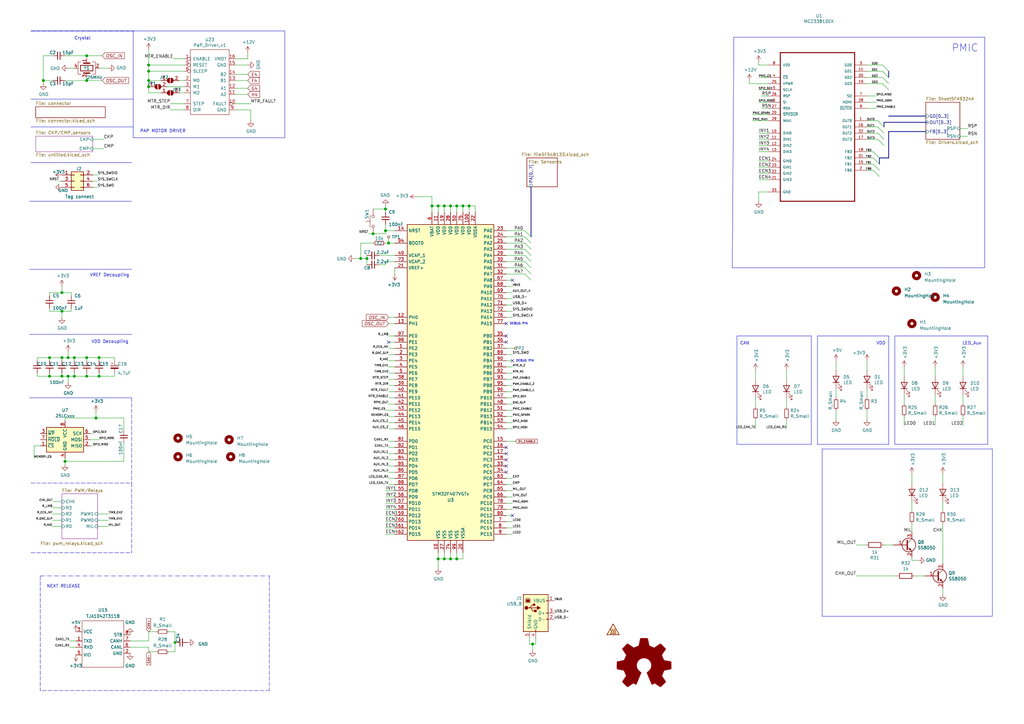
<source format=kicad_sch>
(kicad_sch (version 20210126) (generator eeschema)
  (paper "A3")
  (junction (at 17.78 33.02) (diameter 1.016))
  (junction (at 20.32 146.685) (diameter 1.016))
  (junction (at 20.32 154.305) (diameter 1.016))
  (junction (at 25.4 120.015) (diameter 1.016))
  (junction (at 25.4 127.635) (diameter 1.016))
  (junction (at 25.4 146.685) (diameter 1.016))
  (junction (at 25.4 154.305) (diameter 1.016))
  (junction (at 26.67 189.23) (diameter 1.016))
  (junction (at 27.94 146.685) (diameter 1.016))
  (junction (at 27.94 154.305) (diameter 1.016))
  (junction (at 30.48 146.685) (diameter 1.016))
  (junction (at 30.48 154.305) (diameter 1.016))
  (junction (at 35.56 22.86) (diameter 1.016))
  (junction (at 35.56 33.02) (diameter 1.016))
  (junction (at 35.56 146.685) (diameter 1.016))
  (junction (at 35.56 154.305) (diameter 1.016))
  (junction (at 39.37 171.45) (diameter 1.016))
  (junction (at 40.64 146.685) (diameter 1.016))
  (junction (at 40.64 154.305) (diameter 1.016))
  (junction (at 60.96 26.67) (diameter 1.016))
  (junction (at 60.96 29.21) (diameter 1.016))
  (junction (at 60.96 33.02) (diameter 1.016))
  (junction (at 60.96 35.56) (diameter 1.016))
  (junction (at 71.755 263.525) (diameter 0.9144))
  (junction (at 147.955 106.045) (diameter 1.016))
  (junction (at 150.495 106.045) (diameter 1.016))
  (junction (at 153.035 95.885) (diameter 1.016))
  (junction (at 158.115 85.725) (diameter 1.016))
  (junction (at 158.115 94.615) (diameter 1.016))
  (junction (at 159.385 99.695) (diameter 1.016))
  (junction (at 177.165 84.455) (diameter 1.016))
  (junction (at 179.705 84.455) (diameter 1.016))
  (junction (at 179.705 229.235) (diameter 1.016))
  (junction (at 182.245 84.455) (diameter 1.016))
  (junction (at 182.245 229.235) (diameter 1.016))
  (junction (at 184.785 84.455) (diameter 1.016))
  (junction (at 184.785 229.235) (diameter 1.016))
  (junction (at 187.325 84.455) (diameter 1.016))
  (junction (at 187.325 229.235) (diameter 1.016))
  (junction (at 189.865 84.455) (diameter 1.016))
  (junction (at 192.405 84.455) (diameter 1.016))
  (junction (at 218.44 264.16) (diameter 1.016))
  (no_connect (at 159.385 140.335))
  (no_connect (at 207.645 132.715))
  (no_connect (at 207.645 137.795))
  (no_connect (at 207.645 140.335))
  (no_connect (at 207.645 183.515))
  (no_connect (at 207.645 186.055))
  (no_connect (at 207.645 188.595))
  (no_connect (at 207.645 191.135))
  (no_connect (at 207.645 193.675))
  (no_connect (at 210.185 114.935))
  (no_connect (at 210.185 147.955))
  (no_connect (at 210.185 211.455))
  (bus_entry (at 215.265 94.615) (size 2.54 2.54) (stroke (width 0.1524)))
  (bus_entry (at 215.265 97.155) (size 2.54 2.54) (stroke (width 0.1524)))
  (bus_entry (at 215.265 99.695) (size 2.54 2.54) (stroke (width 0.1524)))
  (bus_entry (at 215.265 102.235) (size 2.54 2.54) (stroke (width 0.1524)))
  (bus_entry (at 215.265 104.775) (size 2.54 2.54) (stroke (width 0.1524)))
  (bus_entry (at 215.265 107.315) (size 2.54 2.54) (stroke (width 0.1524)))
  (bus_entry (at 215.265 109.855) (size 2.54 2.54) (stroke (width 0.1524)))
  (bus_entry (at 215.265 112.395) (size 2.54 2.54) (stroke (width 0.1524)))
  (bus_entry (at 358.14 62.23) (size 2.54 2.54) (stroke (width 0.1524)))
  (bus_entry (at 358.14 64.77) (size 2.54 2.54) (stroke (width 0.1524)))
  (bus_entry (at 358.14 67.31) (size 2.54 2.54) (stroke (width 0.1524)))
  (bus_entry (at 358.14 69.85) (size 2.54 2.54) (stroke (width 0.1524)))
  (bus_entry (at 360.045 49.53) (size 2.54 2.54) (stroke (width 0.1524)))
  (bus_entry (at 360.045 52.07) (size 2.54 2.54) (stroke (width 0.1524)))
  (bus_entry (at 360.045 54.61) (size 2.54 2.54) (stroke (width 0.1524)))
  (bus_entry (at 360.045 57.15) (size 2.54 2.54) (stroke (width 0.1524)))
  (bus_entry (at 361.95 26.67) (size 2.54 2.54) (stroke (width 0.1524)))
  (bus_entry (at 361.95 29.21) (size 2.54 2.54) (stroke (width 0.1524)))
  (bus_entry (at 361.95 31.75) (size 2.54 2.54) (stroke (width 0.1524)))
  (bus_entry (at 361.95 34.29) (size 2.54 2.54) (stroke (width 0.1524)))
  (wire (pts (xy 13.97 182.88) (xy 13.97 187.96)))
  (wire (pts (xy 13.97 182.88) (xy 16.51 182.88)))
  (wire (pts (xy 15.24 146.685) (xy 20.32 146.685)))
  (wire (pts (xy 15.24 147.955) (xy 15.24 146.685)))
  (wire (pts (xy 15.24 154.305) (xy 15.24 153.035)))
  (wire (pts (xy 17.78 22.86) (xy 17.78 33.02)))
  (wire (pts (xy 17.78 33.02) (xy 21.59 33.02)))
  (wire (pts (xy 17.78 34.29) (xy 17.78 33.02)))
  (wire (pts (xy 20.32 120.015) (xy 25.4 120.015)))
  (wire (pts (xy 20.32 121.285) (xy 20.32 120.015)))
  (wire (pts (xy 20.32 127.635) (xy 20.32 126.365)))
  (wire (pts (xy 20.32 146.685) (xy 25.4 146.685)))
  (wire (pts (xy 20.32 147.955) (xy 20.32 146.685)))
  (wire (pts (xy 20.32 153.035) (xy 20.32 154.305)))
  (wire (pts (xy 20.32 154.305) (xy 15.24 154.305)))
  (wire (pts (xy 21.59 22.86) (xy 17.78 22.86)))
  (wire (pts (xy 21.59 205.74) (xy 25.4 205.74)))
  (wire (pts (xy 21.59 208.28) (xy 25.4 208.28)))
  (wire (pts (xy 21.59 210.82) (xy 25.4 210.82)))
  (wire (pts (xy 21.59 213.36) (xy 25.4 213.36)))
  (wire (pts (xy 21.59 215.9) (xy 25.4 215.9)))
  (wire (pts (xy 24.13 74.295) (xy 25.4 74.295)))
  (wire (pts (xy 25.4 117.475) (xy 25.4 120.015)))
  (wire (pts (xy 25.4 120.015) (xy 29.21 120.015)))
  (wire (pts (xy 25.4 127.635) (xy 20.32 127.635)))
  (wire (pts (xy 25.4 130.175) (xy 25.4 127.635)))
  (wire (pts (xy 25.4 146.685) (xy 27.94 146.685)))
  (wire (pts (xy 25.4 147.955) (xy 25.4 146.685)))
  (wire (pts (xy 25.4 153.035) (xy 25.4 154.305)))
  (wire (pts (xy 25.4 154.305) (xy 20.32 154.305)))
  (wire (pts (xy 26.67 22.86) (xy 35.56 22.86)))
  (wire (pts (xy 26.67 33.02) (xy 35.56 33.02)))
  (wire (pts (xy 26.67 171.45) (xy 39.37 171.45)))
  (wire (pts (xy 26.67 172.72) (xy 26.67 171.45)))
  (wire (pts (xy 26.67 187.96) (xy 26.67 189.23)))
  (wire (pts (xy 26.67 189.23) (xy 26.67 190.5)))
  (wire (pts (xy 27.94 27.94) (xy 30.48 27.94)))
  (wire (pts (xy 27.94 144.145) (xy 27.94 146.685)))
  (wire (pts (xy 27.94 146.685) (xy 30.48 146.685)))
  (wire (pts (xy 27.94 154.305) (xy 25.4 154.305)))
  (wire (pts (xy 27.94 156.845) (xy 27.94 154.305)))
  (wire (pts (xy 28.575 262.89) (xy 31.115 262.89)))
  (wire (pts (xy 29.21 120.015) (xy 29.21 121.285)))
  (wire (pts (xy 29.21 126.365) (xy 29.21 127.635)))
  (wire (pts (xy 29.21 127.635) (xy 25.4 127.635)))
  (wire (pts (xy 30.48 146.685) (xy 35.56 146.685)))
  (wire (pts (xy 30.48 147.955) (xy 30.48 146.685)))
  (wire (pts (xy 30.48 153.035) (xy 30.48 154.305)))
  (wire (pts (xy 30.48 154.305) (xy 27.94 154.305)))
  (wire (pts (xy 31.115 265.43) (xy 28.575 265.43)))
  (wire (pts (xy 35.56 22.86) (xy 35.56 24.13)))
  (wire (pts (xy 35.56 33.02) (xy 35.56 31.75)))
  (wire (pts (xy 35.56 146.685) (xy 40.64 146.685)))
  (wire (pts (xy 35.56 147.955) (xy 35.56 146.685)))
  (wire (pts (xy 35.56 153.035) (xy 35.56 154.305)))
  (wire (pts (xy 35.56 154.305) (xy 30.48 154.305)))
  (wire (pts (xy 36.83 177.8) (xy 38.1 177.8)))
  (wire (pts (xy 36.83 180.34) (xy 40.64 180.34)))
  (wire (pts (xy 36.83 182.88) (xy 38.1 182.88)))
  (wire (pts (xy 38.1 57.15) (xy 42.545 57.15)))
  (wire (pts (xy 38.1 60.96) (xy 42.545 60.96)))
  (wire (pts (xy 39.37 168.91) (xy 39.37 171.45)))
  (wire (pts (xy 39.37 171.45) (xy 50.8 171.45)))
  (wire (pts (xy 40.005 71.755) (xy 38.1 71.755)))
  (wire (pts (xy 40.005 74.295) (xy 38.1 74.295)))
  (wire (pts (xy 40.005 76.835) (xy 38.1 76.835)))
  (wire (pts (xy 40.005 210.82) (xy 44.45 210.82)))
  (wire (pts (xy 40.005 213.36) (xy 44.45 213.36)))
  (wire (pts (xy 40.005 215.9) (xy 44.45 215.9)))
  (wire (pts (xy 40.64 146.685) (xy 40.64 147.955)))
  (wire (pts (xy 40.64 153.035) (xy 40.64 154.305)))
  (wire (pts (xy 40.64 154.305) (xy 35.56 154.305)))
  (wire (pts (xy 41.91 22.86) (xy 35.56 22.86)))
  (wire (pts (xy 41.91 33.02) (xy 35.56 33.02)))
  (wire (pts (xy 44.45 27.94) (xy 40.64 27.94)))
  (wire (pts (xy 46.99 146.685) (xy 40.64 146.685)))
  (wire (pts (xy 46.99 147.955) (xy 46.99 146.685)))
  (wire (pts (xy 46.99 153.035) (xy 46.99 154.305)))
  (wire (pts (xy 46.99 154.305) (xy 40.64 154.305)))
  (wire (pts (xy 50.8 171.45) (xy 50.8 176.53)))
  (wire (pts (xy 50.8 181.61) (xy 50.8 189.23)))
  (wire (pts (xy 50.8 189.23) (xy 26.67 189.23)))
  (wire (pts (xy 53.34 262.89) (xy 60.96 262.89)))
  (wire (pts (xy 53.34 265.43) (xy 60.96 265.43)))
  (wire (pts (xy 60.96 20.32) (xy 60.96 26.67)))
  (wire (pts (xy 60.96 26.67) (xy 75.565 26.67)))
  (wire (pts (xy 60.96 29.21) (xy 60.96 26.67)))
  (wire (pts (xy 60.96 29.21) (xy 75.565 29.21)))
  (wire (pts (xy 60.96 33.02) (xy 60.96 29.21)))
  (wire (pts (xy 60.96 33.02) (xy 66.04 33.02)))
  (wire (pts (xy 60.96 35.56) (xy 60.96 33.02)))
  (wire (pts (xy 60.96 38.1) (xy 60.96 35.56)))
  (wire (pts (xy 60.96 259.08) (xy 64.135 259.08)))
  (wire (pts (xy 60.96 262.89) (xy 60.96 259.08)))
  (wire (pts (xy 60.96 267.335) (xy 60.96 265.43)))
  (wire (pts (xy 64.135 267.335) (xy 60.96 267.335)))
  (wire (pts (xy 66.04 38.1) (xy 60.96 38.1)))
  (wire (pts (xy 68.58 35.56) (xy 75.565 35.56)))
  (wire (pts (xy 69.215 267.335) (xy 71.755 267.335)))
  (wire (pts (xy 69.85 42.545) (xy 75.565 42.545)))
  (wire (pts (xy 69.85 45.085) (xy 75.565 45.085)))
  (wire (pts (xy 71.12 24.13) (xy 75.565 24.13)))
  (wire (pts (xy 71.755 259.08) (xy 69.215 259.08)))
  (wire (pts (xy 71.755 263.525) (xy 71.755 259.08)))
  (wire (pts (xy 71.755 267.335) (xy 71.755 263.525)))
  (wire (pts (xy 73.66 33.02) (xy 75.565 33.02)))
  (wire (pts (xy 73.66 38.1) (xy 75.565 38.1)))
  (wire (pts (xy 96.52 24.13) (xy 101.6 24.13)))
  (wire (pts (xy 96.52 26.67) (xy 101.6 26.67)))
  (wire (pts (xy 96.52 30.48) (xy 101.6 30.48)))
  (wire (pts (xy 96.52 33.02) (xy 101.6 33.02)))
  (wire (pts (xy 96.52 36.195) (xy 101.6 36.195)))
  (wire (pts (xy 96.52 38.735) (xy 101.6 38.735)))
  (wire (pts (xy 96.52 42.545) (xy 102.87 42.545)))
  (wire (pts (xy 96.52 45.085) (xy 102.87 45.085)))
  (wire (pts (xy 101.6 24.13) (xy 101.6 21.59)))
  (wire (pts (xy 102.87 45.085) (xy 102.87 49.53)))
  (wire (pts (xy 145.415 106.045) (xy 147.955 106.045)))
  (wire (pts (xy 147.955 99.695) (xy 147.955 106.045)))
  (wire (pts (xy 147.955 106.045) (xy 150.495 106.045)))
  (wire (pts (xy 150.495 106.045) (xy 150.495 104.775)))
  (wire (pts (xy 150.495 106.045) (xy 150.495 108.585)))
  (wire (pts (xy 153.035 95.885) (xy 151.13 95.885)))
  (wire (pts (xy 153.035 95.885) (xy 158.115 95.885)))
  (wire (pts (xy 153.035 99.695) (xy 147.955 99.695)))
  (wire (pts (xy 155.575 104.775) (xy 161.925 104.775)))
  (wire (pts (xy 155.575 108.585) (xy 158.115 108.585)))
  (wire (pts (xy 158.115 84.455) (xy 158.115 85.725)))
  (wire (pts (xy 158.115 85.725) (xy 153.035 85.725)))
  (wire (pts (xy 158.115 86.995) (xy 158.115 85.725)))
  (wire (pts (xy 158.115 94.615) (xy 158.115 92.075)))
  (wire (pts (xy 158.115 95.885) (xy 158.115 94.615)))
  (wire (pts (xy 158.115 99.695) (xy 159.385 99.695)))
  (wire (pts (xy 158.115 107.315) (xy 161.925 107.315)))
  (wire (pts (xy 158.115 108.585) (xy 158.115 107.315)))
  (wire (pts (xy 158.115 168.275) (xy 161.925 168.275)))
  (wire (pts (xy 158.115 201.295) (xy 161.925 201.295)))
  (wire (pts (xy 158.115 203.835) (xy 161.925 203.835)))
  (wire (pts (xy 158.115 206.375) (xy 161.925 206.375)))
  (wire (pts (xy 158.115 208.915) (xy 161.925 208.915)))
  (wire (pts (xy 158.115 211.455) (xy 161.925 211.455)))
  (wire (pts (xy 158.115 213.995) (xy 161.925 213.995)))
  (wire (pts (xy 158.115 216.535) (xy 161.925 216.535)))
  (wire (pts (xy 158.115 219.075) (xy 161.925 219.075)))
  (wire (pts (xy 159.385 97.155) (xy 159.385 99.695)))
  (wire (pts (xy 159.385 99.695) (xy 161.925 99.695)))
  (wire (pts (xy 159.385 130.175) (xy 161.925 130.175)))
  (wire (pts (xy 159.385 137.795) (xy 161.925 137.795)))
  (wire (pts (xy 159.385 142.875) (xy 161.925 142.875)))
  (wire (pts (xy 159.385 145.415) (xy 161.925 145.415)))
  (wire (pts (xy 159.385 150.495) (xy 161.925 150.495)))
  (wire (pts (xy 159.385 153.035) (xy 161.925 153.035)))
  (wire (pts (xy 159.385 155.575) (xy 161.925 155.575)))
  (wire (pts (xy 159.385 160.655) (xy 161.925 160.655)))
  (wire (pts (xy 159.385 165.735) (xy 161.925 165.735)))
  (wire (pts (xy 159.385 170.815) (xy 161.925 170.815)))
  (wire (pts (xy 159.385 175.895) (xy 161.925 175.895)))
  (wire (pts (xy 159.385 183.515) (xy 161.925 183.515)))
  (wire (pts (xy 159.385 188.595) (xy 161.925 188.595)))
  (wire (pts (xy 159.385 193.675) (xy 161.925 193.675)))
  (wire (pts (xy 159.385 198.755) (xy 161.925 198.755)))
  (wire (pts (xy 161.925 94.615) (xy 158.115 94.615)))
  (wire (pts (xy 161.925 112.395) (xy 161.925 109.855)))
  (wire (pts (xy 161.925 132.715) (xy 159.385 132.715)))
  (wire (pts (xy 161.925 140.335) (xy 159.385 140.335)))
  (wire (pts (xy 161.925 147.955) (xy 159.385 147.955)))
  (wire (pts (xy 161.925 158.115) (xy 159.385 158.115)))
  (wire (pts (xy 161.925 163.195) (xy 159.385 163.195)))
  (wire (pts (xy 161.925 173.355) (xy 159.385 173.355)))
  (wire (pts (xy 161.925 180.975) (xy 159.385 180.975)))
  (wire (pts (xy 161.925 186.055) (xy 159.385 186.055)))
  (wire (pts (xy 161.925 191.135) (xy 159.385 191.135)))
  (wire (pts (xy 161.925 196.215) (xy 159.385 196.215)))
  (wire (pts (xy 170.815 80.645) (xy 177.165 80.645)))
  (wire (pts (xy 177.165 80.645) (xy 177.165 84.455)))
  (wire (pts (xy 177.165 84.455) (xy 177.165 86.995)))
  (wire (pts (xy 177.165 84.455) (xy 179.705 84.455)))
  (wire (pts (xy 179.705 84.455) (xy 179.705 86.995)))
  (wire (pts (xy 179.705 229.235) (xy 179.705 226.695)))
  (wire (pts (xy 179.705 233.045) (xy 179.705 229.235)))
  (wire (pts (xy 182.245 84.455) (xy 179.705 84.455)))
  (wire (pts (xy 182.245 84.455) (xy 182.245 86.995)))
  (wire (pts (xy 182.245 226.695) (xy 182.245 229.235)))
  (wire (pts (xy 182.245 229.235) (xy 179.705 229.235)))
  (wire (pts (xy 184.785 84.455) (xy 182.245 84.455)))
  (wire (pts (xy 184.785 84.455) (xy 184.785 86.995)))
  (wire (pts (xy 184.785 226.695) (xy 184.785 229.235)))
  (wire (pts (xy 184.785 229.235) (xy 182.245 229.235)))
  (wire (pts (xy 187.325 84.455) (xy 184.785 84.455)))
  (wire (pts (xy 187.325 84.455) (xy 187.325 86.995)))
  (wire (pts (xy 187.325 226.695) (xy 187.325 229.235)))
  (wire (pts (xy 187.325 229.235) (xy 184.785 229.235)))
  (wire (pts (xy 187.325 229.235) (xy 189.865 229.235)))
  (wire (pts (xy 189.865 84.455) (xy 187.325 84.455)))
  (wire (pts (xy 189.865 84.455) (xy 189.865 86.995)))
  (wire (pts (xy 189.865 229.235) (xy 189.865 226.695)))
  (wire (pts (xy 192.405 84.455) (xy 189.865 84.455)))
  (wire (pts (xy 192.405 84.455) (xy 194.945 84.455)))
  (wire (pts (xy 192.405 86.995) (xy 192.405 84.455)))
  (wire (pts (xy 194.945 84.455) (xy 194.945 86.995)))
  (wire (pts (xy 207.645 94.615) (xy 215.265 94.615)))
  (wire (pts (xy 207.645 97.155) (xy 215.265 97.155)))
  (wire (pts (xy 207.645 99.695) (xy 215.265 99.695)))
  (wire (pts (xy 207.645 102.235) (xy 215.265 102.235)))
  (wire (pts (xy 207.645 104.775) (xy 215.265 104.775)))
  (wire (pts (xy 207.645 107.315) (xy 215.265 107.315)))
  (wire (pts (xy 207.645 109.855) (xy 215.265 109.855)))
  (wire (pts (xy 207.645 112.395) (xy 215.265 112.395)))
  (wire (pts (xy 207.645 114.935) (xy 210.185 114.935)))
  (wire (pts (xy 207.645 120.015) (xy 210.185 120.015)))
  (wire (pts (xy 207.645 125.095) (xy 210.185 125.095)))
  (wire (pts (xy 207.645 130.175) (xy 210.185 130.175)))
  (wire (pts (xy 207.645 145.415) (xy 210.185 145.415)))
  (wire (pts (xy 207.645 147.955) (xy 210.185 147.955)))
  (wire (pts (xy 207.645 155.575) (xy 210.185 155.575)))
  (wire (pts (xy 207.645 160.655) (xy 210.185 160.655)))
  (wire (pts (xy 207.645 165.735) (xy 210.185 165.735)))
  (wire (pts (xy 207.645 170.815) (xy 210.185 170.815)))
  (wire (pts (xy 207.645 175.895) (xy 210.185 175.895)))
  (wire (pts (xy 207.645 180.975) (xy 211.455 180.975)))
  (wire (pts (xy 207.645 201.295) (xy 210.185 201.295)))
  (wire (pts (xy 207.645 208.915) (xy 210.185 208.915)))
  (wire (pts (xy 207.645 213.995) (xy 210.185 213.995)))
  (wire (pts (xy 207.645 216.535) (xy 210.185 216.535)))
  (wire (pts (xy 207.645 219.075) (xy 210.185 219.075)))
  (wire (pts (xy 210.185 117.475) (xy 207.645 117.475)))
  (wire (pts (xy 210.185 122.555) (xy 207.645 122.555)))
  (wire (pts (xy 210.185 127.635) (xy 207.645 127.635)))
  (wire (pts (xy 210.185 150.495) (xy 207.645 150.495)))
  (wire (pts (xy 210.185 153.035) (xy 207.645 153.035)))
  (wire (pts (xy 210.185 158.115) (xy 207.645 158.115)))
  (wire (pts (xy 210.185 163.195) (xy 207.645 163.195)))
  (wire (pts (xy 210.185 168.275) (xy 207.645 168.275)))
  (wire (pts (xy 210.185 173.355) (xy 207.645 173.355)))
  (wire (pts (xy 210.185 196.215) (xy 207.645 196.215)))
  (wire (pts (xy 210.185 198.755) (xy 207.645 198.755)))
  (wire (pts (xy 210.185 203.835) (xy 207.645 203.835)))
  (wire (pts (xy 210.185 206.375) (xy 207.645 206.375)))
  (wire (pts (xy 210.185 211.455) (xy 207.645 211.455)))
  (wire (pts (xy 211.455 142.875) (xy 207.645 142.875)))
  (wire (pts (xy 217.17 261.62) (xy 217.17 264.16)))
  (wire (pts (xy 217.17 264.16) (xy 218.44 264.16)))
  (wire (pts (xy 218.44 264.16) (xy 218.44 266.7)))
  (wire (pts (xy 219.71 261.62) (xy 219.71 264.16)))
  (wire (pts (xy 219.71 264.16) (xy 218.44 264.16)))
  (wire (pts (xy 307.34 33.02) (xy 307.34 34.29)))
  (wire (pts (xy 307.34 34.29) (xy 314.96 34.29)))
  (wire (pts (xy 308.61 46.99) (xy 314.96 46.99)))
  (wire (pts (xy 308.61 49.53) (xy 314.96 49.53)))
  (wire (pts (xy 309.88 151.765) (xy 309.88 155.575)))
  (wire (pts (xy 309.88 163.195) (xy 309.88 167.005)))
  (wire (pts (xy 309.88 172.085) (xy 309.88 175.895)))
  (wire (pts (xy 311.15 25.4) (xy 311.15 26.67)))
  (wire (pts (xy 311.15 26.67) (xy 314.96 26.67)))
  (wire (pts (xy 311.15 31.75) (xy 314.96 31.75)))
  (wire (pts (xy 311.15 36.83) (xy 314.96 36.83)))
  (wire (pts (xy 311.15 41.91) (xy 314.96 41.91)))
  (wire (pts (xy 311.15 54.61) (xy 314.96 54.61)))
  (wire (pts (xy 311.15 57.15) (xy 314.96 57.15)))
  (wire (pts (xy 311.15 59.69) (xy 314.96 59.69)))
  (wire (pts (xy 311.15 62.23) (xy 314.96 62.23)))
  (wire (pts (xy 311.15 66.04) (xy 314.96 66.04)))
  (wire (pts (xy 311.15 68.58) (xy 314.96 68.58)))
  (wire (pts (xy 311.15 71.12) (xy 314.96 71.12)))
  (wire (pts (xy 311.15 73.66) (xy 314.96 73.66)))
  (wire (pts (xy 311.15 78.74) (xy 314.96 78.74)))
  (wire (pts (xy 311.15 82.55) (xy 311.15 78.74)))
  (wire (pts (xy 312.42 39.37) (xy 314.96 39.37)))
  (wire (pts (xy 312.42 44.45) (xy 314.96 44.45)))
  (wire (pts (xy 322.58 151.765) (xy 322.58 155.575)))
  (wire (pts (xy 322.58 163.195) (xy 322.58 167.005)))
  (wire (pts (xy 322.58 172.085) (xy 322.58 175.895)))
  (wire (pts (xy 342.9 147.955) (xy 342.9 151.765)))
  (wire (pts (xy 342.9 159.385) (xy 342.9 163.195)))
  (wire (pts (xy 342.9 168.275) (xy 342.9 172.085)))
  (wire (pts (xy 351.155 223.52) (xy 354.965 223.52)))
  (wire (pts (xy 351.155 236.22) (xy 367.665 236.22)))
  (wire (pts (xy 355.6 26.67) (xy 361.95 26.67)))
  (wire (pts (xy 355.6 29.21) (xy 361.95 29.21)))
  (wire (pts (xy 355.6 31.75) (xy 361.95 31.75)))
  (wire (pts (xy 355.6 34.29) (xy 361.95 34.29)))
  (wire (pts (xy 355.6 39.37) (xy 359.41 39.37)))
  (wire (pts (xy 355.6 41.91) (xy 359.41 41.91)))
  (wire (pts (xy 355.6 44.45) (xy 359.41 44.45)))
  (wire (pts (xy 355.6 49.53) (xy 360.045 49.53)))
  (wire (pts (xy 355.6 52.07) (xy 360.045 52.07)))
  (wire (pts (xy 355.6 54.61) (xy 360.045 54.61)))
  (wire (pts (xy 355.6 57.15) (xy 360.045 57.15)))
  (wire (pts (xy 355.6 62.23) (xy 358.14 62.23)))
  (wire (pts (xy 355.6 64.77) (xy 358.14 64.77)))
  (wire (pts (xy 355.6 67.31) (xy 358.14 67.31)))
  (wire (pts (xy 355.6 69.85) (xy 358.14 69.85)))
  (wire (pts (xy 355.6 147.955) (xy 355.6 151.765)))
  (wire (pts (xy 355.6 159.385) (xy 355.6 163.195)))
  (wire (pts (xy 355.6 168.275) (xy 355.6 172.085)))
  (wire (pts (xy 362.585 223.52) (xy 366.395 223.52)))
  (wire (pts (xy 370.84 150.495) (xy 370.84 154.305)))
  (wire (pts (xy 370.84 161.925) (xy 370.84 165.735)))
  (wire (pts (xy 370.84 170.815) (xy 370.84 174.625)))
  (wire (pts (xy 374.015 194.31) (xy 374.015 198.12)))
  (wire (pts (xy 374.015 205.74) (xy 374.015 209.55)))
  (wire (pts (xy 374.015 214.63) (xy 374.015 218.44)))
  (wire (pts (xy 374.015 228.6) (xy 374.015 229.87)))
  (wire (pts (xy 374.015 229.87) (xy 376.555 229.87)))
  (wire (pts (xy 375.285 236.22) (xy 379.095 236.22)))
  (wire (pts (xy 383.54 150.495) (xy 383.54 154.305)))
  (wire (pts (xy 383.54 161.925) (xy 383.54 165.735)))
  (wire (pts (xy 383.54 170.815) (xy 383.54 174.625)))
  (wire (pts (xy 386.715 194.31) (xy 386.715 198.12)))
  (wire (pts (xy 386.715 205.74) (xy 386.715 209.55)))
  (wire (pts (xy 386.715 214.63) (xy 386.715 231.14)))
  (wire (pts (xy 386.715 241.3) (xy 386.715 243.84)))
  (wire (pts (xy 393.7 52.705) (xy 396.875 52.705)))
  (wire (pts (xy 393.7 55.88) (xy 396.875 55.88)))
  (wire (pts (xy 394.97 150.495) (xy 394.97 154.305)))
  (wire (pts (xy 394.97 161.925) (xy 394.97 165.735)))
  (wire (pts (xy 394.97 170.815) (xy 394.97 174.625)))
  (bus (pts (xy 217.805 76.581) (xy 217.805 114.935)))
  (bus (pts (xy 360.68 64.77) (xy 360.68 72.39)))
  (bus (pts (xy 362.585 50.165) (xy 362.585 59.69)))
  (bus (pts (xy 364.49 29.21) (xy 364.49 47.625)))
  (bus (pts (xy 364.49 53.975) (xy 364.49 64.77)))
  (bus (pts (xy 364.49 53.975) (xy 379.73 53.975)))
  (bus (pts (xy 364.49 64.77) (xy 360.68 64.77)))
  (bus (pts (xy 379.73 47.625) (xy 364.49 47.625)))
  (bus (pts (xy 380.365 50.165) (xy 362.585 50.165)))
  (polyline (pts (xy 12.7 12.7) (xy 54.61 12.7)) (stroke (width 0) (type dash)))
  (polyline (pts (xy 12.7 12.7) (xy 54.61 12.7)) (stroke (width 0) (type solid)))
  (polyline (pts (xy 12.7 198.12) (xy 53.975 198.12)) (stroke (width 0) (type dash)))
  (polyline (pts (xy 12.7 226.695) (xy 53.975 226.695)) (stroke (width 0) (type dash)))
  (polyline (pts (xy 16.51 236.22) (xy 16.51 283.21)) (stroke (width 0) (type dash)))
  (polyline (pts (xy 16.51 236.22) (xy 110.49 236.22)) (stroke (width 0.152) (type dash_dot)))
  (polyline (pts (xy 53.975 66.675) (xy 12.7 66.675)) (stroke (width 0) (type solid)))
  (polyline (pts (xy 53.975 82.55) (xy 12.065 82.55)) (stroke (width 0) (type solid)))
  (polyline (pts (xy 53.975 110.49) (xy 12.065 110.49)) (stroke (width 0) (type solid)))
  (polyline (pts (xy 53.975 137.16) (xy 12.065 137.16)) (stroke (width 0) (type solid)))
  (polyline (pts (xy 53.975 163.195) (xy 12.065 163.195)) (stroke (width 0) (type solid)))
  (polyline (pts (xy 53.975 163.195) (xy 53.975 198.12)) (stroke (width 0) (type dash)))
  (polyline (pts (xy 53.975 198.12) (xy 53.975 226.695)) (stroke (width 0) (type dash)))
  (polyline (pts (xy 54.61 12.7) (xy 54.61 56.515)) (stroke (width 0.152) (type solid)))
  (polyline (pts (xy 54.61 12.7) (xy 116.84 12.7)) (stroke (width 0.152) (type solid)))
  (polyline (pts (xy 54.61 40.64) (xy 12.7 40.64)) (stroke (width 0) (type solid)))
  (polyline (pts (xy 54.61 52.07) (xy 12.7 52.07)) (stroke (width 0) (type solid)))
  (polyline (pts (xy 110.49 236.22) (xy 110.49 283.21)) (stroke (width 0) (type dash)))
  (polyline (pts (xy 110.49 283.21) (xy 16.51 283.21)) (stroke (width 0) (type dash)))
  (polyline (pts (xy 116.84 12.7) (xy 116.84 56.515)) (stroke (width 0.152) (type solid)))
  (polyline (pts (xy 116.84 56.515) (xy 54.61 56.515)) (stroke (width 0.152) (type solid)))
  (polyline (pts (xy 300.99 15.24) (xy 300.355 109.855)) (stroke (width 0.152) (type solid)))
  (polyline (pts (xy 300.99 15.24) (xy 403.86 15.24)) (stroke (width 0.152) (type solid)))
  (polyline (pts (xy 302.26 137.795) (xy 302.26 182.245)) (stroke (width 0.152) (type solid)))
  (polyline (pts (xy 302.26 137.795) (xy 332.74 137.795)) (stroke (width 0.152) (type solid)))
  (polyline (pts (xy 332.74 137.795) (xy 332.74 182.245)) (stroke (width 0.152) (type solid)))
  (polyline (pts (xy 332.74 182.245) (xy 302.26 182.245)) (stroke (width 0.152) (type solid)))
  (polyline (pts (xy 335.28 137.795) (xy 335.28 182.245)) (stroke (width 0.152) (type solid)))
  (polyline (pts (xy 335.28 137.795) (xy 364.49 137.795)) (stroke (width 0.152) (type solid)))
  (polyline (pts (xy 335.28 182.245) (xy 364.49 182.245)) (stroke (width 0.152) (type solid)))
  (polyline (pts (xy 337.185 184.15) (xy 337.185 252.73)) (stroke (width 0.152) (type solid)))
  (polyline (pts (xy 337.185 184.15) (xy 407.035 184.15)) (stroke (width 0.152) (type solid)))
  (polyline (pts (xy 337.185 252.73) (xy 407.035 252.73)) (stroke (width 0.152) (type solid)))
  (polyline (pts (xy 364.49 182.245) (xy 364.49 137.795)) (stroke (width 0.152) (type solid)))
  (polyline (pts (xy 367.03 137.795) (xy 367.03 182.245)) (stroke (width 0.152) (type solid)))
  (polyline (pts (xy 367.03 137.795) (xy 405.13 137.795)) (stroke (width 0.152) (type solid)))
  (polyline (pts (xy 367.03 182.245) (xy 405.13 182.245)) (stroke (width 0.152) (type solid)))
  (polyline (pts (xy 403.86 15.24) (xy 403.86 109.855)) (stroke (width 0.152) (type solid)))
  (polyline (pts (xy 403.86 109.855) (xy 300.355 109.855)) (stroke (width 0.152) (type solid)))
  (polyline (pts (xy 405.13 182.245) (xy 405.13 137.795)) (stroke (width 0.152) (type solid)))
  (polyline (pts (xy 407.035 184.15) (xy 407.035 252.73)) (stroke (width 0.152) (type solid)))
  (text "Crystal" (at 30.48 16.51 0) (effects (font (size 1.27 1.27)) (justify left bottom)))
  (text "NEXT RELEASE\n" (at 33.02 241.3 180) (effects (font (size 1.27 1.27)) (justify right bottom)))
  (text "VREF Decoupling" (at 36.83 113.665 0) (effects (font (size 1.27 1.27)) (justify left bottom)))
  (text "VDD Decoupling" (at 37.465 140.97 0) (effects (font (size 1.27 1.27)) (justify left bottom)))
  (text "PAP MOTOR DRIVER" (at 76.2 54.61 180) (effects (font (size 1.27 1.27)) (justify right bottom)))
  (text "DEBUG PIN" (at 216.535 133.35 180) (effects (font (size 0.889 0.889)) (justify right bottom)))
  (text "DEBUG PIN" (at 219.075 148.59 180) (effects (font (size 0.889 0.889)) (justify right bottom)))
  (text "CAN" (at 303.53 141.605 0) (effects (font (size 1.27 1.27)) (justify left bottom)))
  (text "VDD" (at 363.22 141.605 180) (effects (font (size 1.27 1.27)) (justify right bottom)))
  (text "PMIC\n" (at 401.32 21.59 180) (effects (font (size 3 3)) (justify right bottom)))
  (text "LED_Aux" (at 402.59 141.605 180) (effects (font (size 1.27 1.27)) (justify right bottom)))
  (label "MEMORY_CS" (at 13.97 187.96 0) (effects (font (size 0.8 0.8))))
  (label "CHK_OUT" (at 21.59 205.74 180) (effects (font (size 0.8 0.8))))
  (label "R_LMB" (at 21.59 208.28 180) (effects (font (size 0.889 0.889))))
  (label "R_ECN_INY" (at 21.59 210.82 180) (effects (font (size 0.8 0.8))))
  (label "R_GNC_GLP" (at 21.59 213.36 180) (effects (font (size 0.8 0.8))))
  (label "R_AAC" (at 21.59 215.9 180) (effects (font (size 0.8 0.8))))
  (label "NRST" (at 24.13 74.295 180) (effects (font (size 0.9906 0.9906))))
  (label "CAN1_TX" (at 28.575 262.89 180) (effects (font (size 0.889 0.889))))
  (label "CAN1_RX" (at 28.575 265.43 180) (effects (font (size 0.889 0.889))))
  (label "SPI2_SCK" (at 38.1 177.8 0) (effects (font (size 0.7874 0.7874))))
  (label "SPI2_MISO" (at 38.1 182.88 0) (effects (font (size 0.7874 0.7874))))
  (label "SYS_SWDIO" (at 40.005 71.755 0) (effects (font (size 0.9906 0.9906))))
  (label "SYS_SWCLK" (at 40.005 74.295 0) (effects (font (size 0.9906 0.9906))))
  (label "SYS_SWO" (at 40.005 76.835 0) (effects (font (size 0.9906 0.9906))))
  (label "SPI2_MOSI" (at 40.64 180.34 0) (effects (font (size 0.7874 0.7874))))
  (label "CKP" (at 42.545 57.15 0))
  (label "CMP" (at 42.545 60.96 0))
  (label "TIM9_CH2" (at 44.45 210.82 0) (effects (font (size 0.8 0.8))))
  (label "TIM9_CH1" (at 44.45 213.36 0) (effects (font (size 0.8 0.8))))
  (label "MIL_OUT" (at 44.45 215.9 0) (effects (font (size 0.8 0.8))))
  (label "MTR_STEP" (at 69.85 42.545 180))
  (label "MTR_DIR" (at 69.85 45.085 180))
  (label "MTR_ENABLE" (at 71.12 24.13 180))
  (label "MTR_FAULT" (at 102.87 42.545 0))
  (label "NRST" (at 151.13 95.885 180) (effects (font (size 0.9906 0.9906))))
  (label "PMIC_CS" (at 158.115 168.275 180) (effects (font (size 0.7874 0.7874))))
  (label "INY1" (at 158.115 201.295 0))
  (label "INY2" (at 158.115 203.835 0))
  (label "INY3" (at 158.115 206.375 0))
  (label "INY4" (at 158.115 208.915 0))
  (label "ECN1" (at 158.115 211.455 0))
  (label "ECN2" (at 158.115 213.995 0))
  (label "ECN3" (at 158.115 216.535 0))
  (label "ECN4" (at 158.115 219.075 0))
  (label "R_LMB" (at 159.385 137.795 180) (effects (font (size 0.889 0.889))))
  (label "R_ECN_INY" (at 159.385 142.875 180) (effects (font (size 0.8 0.8))))
  (label "R_GNC_GLP" (at 159.385 145.415 180) (effects (font (size 0.8 0.8))))
  (label "R_AAC" (at 159.385 147.955 180) (effects (font (size 0.8 0.8))))
  (label "TIM9_CH1" (at 159.385 150.495 180) (effects (font (size 0.8 0.8))))
  (label "TIM9_CH2" (at 159.385 153.035 180) (effects (font (size 0.8 0.8))))
  (label "MTR_STEP" (at 159.385 155.575 180) (effects (font (size 0.889 0.889))))
  (label "MTR_DIR" (at 159.385 158.115 180) (effects (font (size 0.889 0.889))))
  (label "MTR_FAULT" (at 159.385 160.655 180) (effects (font (size 0.889 0.889))))
  (label "MTR_ENABLE" (at 159.385 163.195 180) (effects (font (size 0.889 0.889))))
  (label "RPM_OUT" (at 159.385 165.735 180) (effects (font (size 0.889 0.889))))
  (label "MEMORY_CS" (at 159.385 170.815 180) (effects (font (size 0.8 0.8))))
  (label "AUX_CS_1" (at 159.385 173.355 180) (effects (font (size 0.889 0.889))))
  (label "AUX_CS_2" (at 159.385 175.895 180) (effects (font (size 0.889 0.889))))
  (label "CAN1_RX" (at 159.385 180.975 180) (effects (font (size 0.889 0.889))))
  (label "CAN1_TX" (at 159.385 183.515 180) (effects (font (size 0.889 0.889))))
  (label "AUX_IN_1" (at 159.385 186.055 180) (effects (font (size 0.889 0.889))))
  (label "AUX_IN_2" (at 159.385 188.595 180) (effects (font (size 0.889 0.889))))
  (label "AUX_IN_3" (at 159.385 191.135 180) (effects (font (size 0.889 0.889))))
  (label "AUX_IN_4" (at 159.385 193.675 180) (effects (font (size 0.889 0.889))))
  (label "LED_CAN_RX" (at 159.385 196.215 180) (effects (font (size 0.889 0.889))))
  (label "LED_CAN_TX" (at 159.385 198.755 180) (effects (font (size 0.889 0.889))))
  (label "VBUS" (at 210.185 117.475 0) (effects (font (size 0.8 0.8))))
  (label "AUX_OUT_4" (at 210.185 120.015 0) (effects (font (size 0.889 0.889))))
  (label "USB_D-" (at 210.185 122.555 0) (effects (font (size 0.9906 0.9906))))
  (label "USB_D+" (at 210.185 125.095 0) (effects (font (size 0.9906 0.9906))))
  (label "SYS_SWDIO" (at 210.185 127.635 0) (effects (font (size 0.9906 0.9906))))
  (label "SYS_SWCLK" (at 210.185 130.175 0) (effects (font (size 0.9906 0.9906))))
  (label "SYS_SWO" (at 210.185 145.415 0) (effects (font (size 0.9906 0.9906))))
  (label "MTR_M_2" (at 210.185 150.495 0) (effects (font (size 0.7874 0.7874))))
  (label "MTR_M1" (at 210.185 153.035 0) (effects (font (size 0.7874 0.7874))))
  (label "PAP_ENABLE" (at 210.185 155.575 0) (effects (font (size 0.7874 0.7874))))
  (label "PWM_ENABLE_2" (at 210.185 158.115 0) (effects (font (size 0.7874 0.7874))))
  (label "PWM_ENABLE_1" (at 210.185 160.655 0) (effects (font (size 0.7874 0.7874))))
  (label "SPI2_SCK" (at 210.185 163.195 0) (effects (font (size 0.7874 0.7874))))
  (label "GNC_GLP" (at 210.185 165.735 0) (effects (font (size 0.7874 0.7874))))
  (label "PMIC_ENABLE" (at 210.185 168.275 0) (effects (font (size 0.7874 0.7874))))
  (label "PMIC_SPARK" (at 210.185 170.815 0) (effects (font (size 0.7874 0.7874))))
  (label "SPI2_MISO" (at 210.185 173.355 0) (effects (font (size 0.7874 0.7874))))
  (label "SPI2_MOSI" (at 210.185 175.895 0) (effects (font (size 0.7874 0.7874))))
  (label "CKP" (at 210.185 196.215 0) (effects (font (size 0.889 0.889))))
  (label "CMP" (at 210.185 198.755 0) (effects (font (size 0.889 0.889))))
  (label "MIL_OUT" (at 210.185 201.295 0) (effects (font (size 0.889 0.889))))
  (label "CHK_OUT" (at 210.185 203.835 0) (effects (font (size 0.889 0.889))))
  (label "PMIC_NOMI" (at 210.185 206.375 0) (effects (font (size 0.7874 0.7874))))
  (label "PMIC_MAXI" (at 210.185 208.915 0) (effects (font (size 0.7874 0.7874))))
  (label "LED0" (at 210.185 213.995 0) (effects (font (size 0.889 0.889))))
  (label "LED1" (at 210.185 216.535 0) (effects (font (size 0.889 0.889))))
  (label "LED2" (at 210.185 219.075 0) (effects (font (size 0.889 0.889))))
  (label "PA0" (at 214.63 94.615 180))
  (label "PA1" (at 214.63 97.155 180))
  (label "PA2" (at 214.63 99.695 180))
  (label "PA3" (at 214.63 102.235 180))
  (label "PA4" (at 214.63 104.775 180))
  (label "PA5" (at 214.63 107.315 180))
  (label "PA6" (at 214.63 109.855 180))
  (label "PA7" (at 214.63 112.395 180))
  (label "VBUS" (at 227.33 246.38 0) (effects (font (size 0.8 0.8))))
  (label "USB_D+" (at 227.33 251.46 0) (effects (font (size 0.9906 0.9906))))
  (label "USB_D-" (at 227.33 254 0) (effects (font (size 0.9906 0.9906))))
  (label "PMIC_SPARK" (at 308.61 46.99 0) (effects (font (size 0.7874 0.7874))))
  (label "PMIC_MAXI" (at 308.61 49.53 0) (effects (font (size 0.7874 0.7874))))
  (label "LED_CAN_TX" (at 309.88 175.895 180) (effects (font (size 0.889 0.889))))
  (label "PMIC_CS" (at 311.15 31.75 0) (effects (font (size 0.7874 0.7874))))
  (label "SPI2_SCK" (at 311.15 36.83 0) (effects (font (size 0.7874 0.7874))))
  (label "SPI2_MOSI" (at 311.15 41.91 0) (effects (font (size 0.7874 0.7874))))
  (label "INY1" (at 311.15 54.61 0))
  (label "INY2" (at 311.15 57.15 0))
  (label "INY3" (at 311.15 59.69 0))
  (label "INY4" (at 311.15 62.23 0))
  (label "ECN1" (at 311.15 66.04 0))
  (label "ECN2" (at 311.15 68.58 0))
  (label "ECN3" (at 311.15 71.12 0))
  (label "ECN4" (at 311.15 73.66 0))
  (label "RSP" (at 312.42 39.37 0))
  (label "RSN" (at 312.42 44.45 0))
  (label "LED_CAN_RX" (at 322.58 175.895 180) (effects (font (size 0.889 0.889))))
  (label "MIL_OUT" (at 351.155 223.52 180))
  (label "CHK_OUT" (at 351.155 236.22 180))
  (label "FB3" (at 357.505 62.23 180) (effects (font (size 0.8 0.8))))
  (label "FB2" (at 357.505 64.77 180) (effects (font (size 0.8 0.8))))
  (label "FB1" (at 357.505 67.31 180) (effects (font (size 0.8 0.8))))
  (label "FB0" (at 357.505 69.85 180) (effects (font (size 0.8 0.8))))
  (label "OUT0" (at 358.775 49.53 180) (effects (font (size 0.8 0.8))))
  (label "OUT1" (at 358.775 52.07 180) (effects (font (size 0.8 0.8))))
  (label "OUT2" (at 358.775 54.61 180) (effects (font (size 0.8 0.8))))
  (label "OUT3" (at 358.775 57.15 180) (effects (font (size 0.8 0.8))))
  (label "SPI2_MISO" (at 359.41 39.37 0) (effects (font (size 0.7874 0.7874))))
  (label "PMIC_NOMI" (at 359.41 41.91 0) (effects (font (size 0.7874 0.7874))))
  (label "PMIC_ENABLE" (at 359.41 44.45 0) (effects (font (size 0.7874 0.7874))))
  (label "GD0" (at 360.045 26.67 180) (effects (font (size 0.8 0.8))))
  (label "GD1" (at 360.045 29.21 180) (effects (font (size 0.8 0.8))))
  (label "GD2" (at 360.045 31.75 180) (effects (font (size 0.8 0.8))))
  (label "GD3" (at 360.045 34.29 180) (effects (font (size 0.8 0.8))))
  (label "LED0" (at 370.84 174.625 0))
  (label "MIL" (at 374.015 218.44 180))
  (label "LED1" (at 383.54 174.625 180))
  (label "CHK" (at 386.715 218.44 180))
  (label "LED2" (at 394.97 174.625 180))
  (label "RSP" (at 396.875 52.705 0))
  (label "RSN" (at 396.875 55.88 0))
  (global_label "OSC_IN" (shape input) (at 41.91 22.86 0) (effects (font italic)) (property "Intersheet References" "${INTERSHEET_REFS}" (effects hide)))
  (global_label "OSC_OUT" (shape input) (at 41.91 33.02 0) (effects (font italic)) (property "Intersheet References" "${INTERSHEET_REFS}" (effects hide)))
  (global_label "CAN+" (shape input) (at 60.96 259.08 90) (effects (font (size 0.889 0.889))) (property "Intersheet References" "${INTERSHEET_REFS}" (effects hide)))
  (global_label "CAN-" (shape input) (at 60.96 267.335 270) (effects (font (size 0.889 0.889))) (property "Intersheet References" "${INTERSHEET_REFS}" (effects hide)))
  (global_label "E4" (shape input) (at 101.6 30.48 0) (property "Intersheet References" "${INTERSHEET_REFS}" (effects hide)))
  (global_label "F4" (shape input) (at 101.6 33.02 0) (property "Intersheet References" "${INTERSHEET_REFS}" (effects hide)))
  (global_label "G4" (shape input) (at 101.6 36.195 0) (property "Intersheet References" "${INTERSHEET_REFS}" (effects hide)))
  (global_label "H4" (shape input) (at 101.6 38.735 0) (property "Intersheet References" "${INTERSHEET_REFS}" (effects hide)))
  (global_label "OSC_IN" (shape input) (at 159.385 130.175 180) (effects (font italic)) (property "Intersheet References" "${INTERSHEET_REFS}" (effects hide)))
  (global_label "OSC_OUT" (shape input) (at 159.385 132.715 180) (effects (font italic)) (property "Intersheet References" "${INTERSHEET_REFS}" (effects hide)))
  (global_label "5V_ENABLE" (shape input) (at 211.455 180.975 0) (effects (font (size 0.889 0.889))) (property "Intersheet References" "${INTERSHEET_REFS}" (effects hide)))
  (symbol (lib_id "Connector:TestPoint_Small") (at 159.385 97.155 0) (unit 1)
    (property "Reference" "TP1" (at 160.6042 97.155 0) (effects (justify left)))
    (property "Value" "BOOT0" (effects hide))
    (property "Footprint" "TestPoint:TestPoint_Pad_D2.0mm" (effects hide))
  )
  (symbol (lib_id "Connector:TestPoint_Small") (at 211.455 142.875 0) (unit 1)
    (property "Reference" "TP2" (at 211.455 142.875 0) (effects (justify left)))
    (property "Value" "BOOT1" (effects hide))
    (property "Footprint" "TestPoint:TestPoint_Pad_D2.0mm" (effects hide))
  )
  (symbol (lib_id "power:+3V3") (at 25.4 71.755 90) (unit 1)
    (property "Reference" "#PWR0119" (effects hide))
    (property "Value" "+3V3" (at 26.67 70.485 90) (effects (justify left)))
  )
  (symbol (lib_id "power:+3V3") (at 25.4 117.475 0) (unit 1)
    (property "Reference" "#PWR0109" (effects hide))
    (property "Value" "+3V3" (at 25.781 113.0808 0))
  )
  (symbol (lib_id "power:+3V3") (at 27.94 144.145 0) (unit 1)
    (property "Reference" "#PWR0108" (effects hide))
    (property "Value" "+3V3" (at 28.321 139.7508 0))
  )
  (symbol (lib_id "power:+5V") (at 31.115 259.08 0) (unit 1)
    (property "Reference" "#PWR0118" (effects hide))
    (property "Value" "+5V" (at 31.115 255.27 0))
  )
  (symbol (lib_id "power:+3V3") (at 31.115 268.605 180) (unit 1)
    (property "Reference" "#PWR0136" (effects hide))
    (property "Value" "+3V3" (at 31.115 273.05 0))
  )
  (symbol (lib_id "power:+3V3") (at 39.37 168.91 0) (unit 1)
    (property "Reference" "#PWR036" (effects hide))
    (property "Value" "+3V3" (at 39.751 164.5158 0))
  )
  (symbol (lib_id "power:+3V3") (at 60.96 20.32 0) (unit 1)
    (property "Reference" "#PWR038" (effects hide))
    (property "Value" "+3V3" (at 61.3283 15.9956 0))
  )
  (symbol (lib_id "power:+12V") (at 101.6 21.59 0) (unit 1)
    (property "Reference" "#PWR039" (effects hide))
    (property "Value" "+12V" (at 101.9683 17.2656 0))
  )
  (symbol (lib_id "power:+3V3") (at 161.925 112.395 180) (unit 1)
    (property "Reference" "#PWR0113" (effects hide))
    (property "Value" "+3V3" (at 161.544 116.7892 0))
  )
  (symbol (lib_id "power:+3V3") (at 170.815 80.645 90) (unit 1)
    (property "Reference" "#PWR0115" (effects hide))
    (property "Value" "+3V3" (at 167.5638 80.264 90) (effects (justify left)))
  )
  (symbol (lib_id "power:+12V") (at 307.34 33.02 0) (unit 1)
    (property "Reference" "#PWR0102" (effects hide))
    (property "Value" "+12V" (at 307.721 28.6258 0))
  )
  (symbol (lib_id "power:+3V3") (at 309.88 151.765 0) (unit 1)
    (property "Reference" "#PWR0140" (effects hide))
    (property "Value" "+3V3" (at 310.261 148.5138 90) (effects (justify left)))
  )
  (symbol (lib_id "power:+3.3V") (at 311.15 25.4 0) (unit 1)
    (property "Reference" "#PWR0123" (effects hide))
    (property "Value" "+3.3V" (at 311.531 21.0058 0))
  )
  (symbol (lib_id "power:+3V3") (at 322.58 151.765 0) (unit 1)
    (property "Reference" "#PWR0141" (effects hide))
    (property "Value" "+3V3" (at 322.961 148.5138 90) (effects (justify left)))
  )
  (symbol (lib_id "power:+5V") (at 342.9 147.955 0) (unit 1)
    (property "Reference" "#PWR020" (effects hide))
    (property "Value" "+5V" (at 343.2683 143.6306 0))
  )
  (symbol (lib_id "power:+3V3") (at 355.6 147.955 0) (unit 1)
    (property "Reference" "#PWR09" (effects hide))
    (property "Value" "+3V3" (at 349.631 144.7038 0) (effects (justify left)))
  )
  (symbol (lib_id "power:+3V3") (at 370.84 150.495 0) (unit 1)
    (property "Reference" "#PWR030" (effects hide))
    (property "Value" "+3V3" (at 371.221 147.2438 90) (effects (justify left)))
  )
  (symbol (lib_id "power:+3V3") (at 374.015 194.31 0) (unit 1)
    (property "Reference" "#PWR0142" (effects hide))
    (property "Value" "+3V3" (at 374.396 191.0588 90) (effects (justify left)))
  )
  (symbol (lib_id "power:+3V3") (at 383.54 150.495 0) (unit 1)
    (property "Reference" "#PWR031" (effects hide))
    (property "Value" "+3V3" (at 383.921 147.2438 90) (effects (justify left)))
  )
  (symbol (lib_id "power:+3V3") (at 386.715 194.31 0) (unit 1)
    (property "Reference" "#PWR0145" (effects hide))
    (property "Value" "+3V3" (at 387.096 191.0588 90) (effects (justify left)))
  )
  (symbol (lib_id "power:+3V3") (at 394.97 150.495 0) (unit 1)
    (property "Reference" "#PWR033" (effects hide))
    (property "Value" "+3V3" (at 395.351 147.2438 90) (effects (justify left)))
  )
  (symbol (lib_id "power:GND") (at 17.78 34.29 0) (unit 1)
    (property "Reference" "#PWR0107" (effects hide))
    (property "Value" "GND" (at 17.907 38.6842 0))
  )
  (symbol (lib_id "power:GND") (at 25.4 76.835 270) (unit 1)
    (property "Reference" "#PWR0120" (effects hide))
    (property "Value" "GND" (at 27.94 78.105 90) (effects (justify right)))
  )
  (symbol (lib_id "power:GND") (at 25.4 130.175 0) (unit 1)
    (property "Reference" "#PWR0110" (effects hide))
    (property "Value" "GND" (at 25.527 134.5692 0))
  )
  (symbol (lib_id "power:GND") (at 26.67 190.5 0) (unit 1)
    (property "Reference" "#PWR035" (effects hide))
    (property "Value" "GND" (at 26.797 194.8942 0))
  )
  (symbol (lib_id "power:GND") (at 27.94 27.94 270) (unit 1)
    (property "Reference" "#PWR0106" (effects hide))
    (property "Value" "GND" (at 24.6888 28.067 90) (effects (justify right)))
  )
  (symbol (lib_id "power:GND") (at 27.94 156.845 0) (unit 1)
    (property "Reference" "#PWR0111" (effects hide))
    (property "Value" "GND" (at 28.067 161.2392 0))
  )
  (symbol (lib_id "power:GND") (at 44.45 27.94 90) (unit 1)
    (property "Reference" "#PWR0105" (effects hide))
    (property "Value" "GND" (at 47.7012 27.813 90) (effects (justify right)))
  )
  (symbol (lib_id "power:GND") (at 53.34 260.35 180) (unit 1)
    (property "Reference" "#PWR0121" (effects hide))
    (property "Value" "GND" (at 53.34 255.27 0))
  )
  (symbol (lib_id "power:GND") (at 53.34 267.97 0) (unit 1)
    (property "Reference" "#PWR0144" (effects hide))
    (property "Value" "GND" (at 53.34 273.05 0))
  )
  (symbol (lib_id "power:GND") (at 76.835 263.525 90) (unit 1)
    (property "Reference" "#PWR0139" (effects hide))
    (property "Value" "GND" (at 81.28 264.1599 90) (effects (justify right)))
  )
  (symbol (lib_id "power:GND") (at 101.6 26.67 90) (unit 1)
    (property "Reference" "#PWR040" (effects hide))
    (property "Value" "GND" (at 105.9244 26.5557 0))
  )
  (symbol (lib_id "power:GND") (at 102.87 49.53 0) (unit 1)
    (property "Reference" "#PWR041" (effects hide))
    (property "Value" "GND" (at 102.9843 53.8544 0))
  )
  (symbol (lib_id "power:GND") (at 145.415 106.045 270) (unit 1)
    (property "Reference" "#PWR0116" (effects hide))
    (property "Value" "GND" (at 142.1638 106.172 90) (effects (justify right)))
  )
  (symbol (lib_id "power:GND") (at 158.115 84.455 180) (unit 1)
    (property "Reference" "#PWR0112" (effects hide))
    (property "Value" "GND" (at 157.988 80.0608 0))
  )
  (symbol (lib_id "power:GND") (at 179.705 233.045 0) (unit 1)
    (property "Reference" "#PWR0114" (effects hide))
    (property "Value" "GND" (at 179.832 237.4392 0))
  )
  (symbol (lib_id "power:GND") (at 218.44 266.7 0) (unit 1)
    (property "Reference" "#PWR0148" (effects hide))
    (property "Value" "GND" (at 218.5543 271.0244 0))
  )
  (symbol (lib_id "power:GND") (at 311.15 82.55 0) (unit 1)
    (property "Reference" "#PWR0101" (effects hide))
    (property "Value" "GND" (at 311.277 86.9442 0))
  )
  (symbol (lib_id "power:GND") (at 342.9 172.085 0) (unit 1)
    (property "Reference" "#PWR029" (effects hide))
    (property "Value" "GND" (at 343.027 176.4792 0))
  )
  (symbol (lib_id "power:GND") (at 355.6 172.085 0) (unit 1)
    (property "Reference" "#PWR019" (effects hide))
    (property "Value" "GND" (at 355.727 176.4792 0))
  )
  (symbol (lib_id "power:GND") (at 376.555 229.87 90) (unit 1)
    (property "Reference" "#PWR0146" (effects hide))
    (property "Value" "GND" (at 379.7301 229.7557 90) (effects (justify right)))
  )
  (symbol (lib_id "power:GND") (at 386.715 243.84 0) (unit 1)
    (property "Reference" "#PWR0147" (effects hide))
    (property "Value" "GND" (at 386.8293 248.1644 0))
  )
  (symbol (lib_id "Device:R_Small") (at 66.675 259.08 270) (unit 1)
    (property "Reference" "R1" (at 66.675 254 90))
    (property "Value" "R_Small" (at 66.675 256.54 90))
    (property "Footprint" "Resistor_SMD:R_1206_3216Metric" (effects hide))
    (property "LCSC" "C205298" (effects hide))
  )
  (symbol (lib_id "Device:R_Small") (at 66.675 267.335 270) (unit 1)
    (property "Reference" "R28" (at 66.675 262.255 90))
    (property "Value" "R_Small" (at 66.675 264.795 90))
    (property "Footprint" "Resistor_SMD:R_1206_3216Metric" (effects hide))
    (property "LCSC" "C205298" (effects hide))
  )
  (symbol (lib_id "Device:R_Small") (at 155.575 99.695 270) (unit 1)
    (property "Reference" "R2" (at 155.575 99.695 90))
    (property "Value" "10k" (at 155.575 97.79 90))
    (property "Footprint" "Resistor_SMD:R_0603_1608Metric" (effects hide))
  )
  (symbol (lib_id "Device:R_Small") (at 309.88 169.545 0) (unit 1)
    (property "Reference" "R5" (at 311.3787 168.3956 0) (effects (justify left)))
    (property "Value" "R_Small" (at 311.3787 170.6943 0) (effects (justify left)))
    (property "Footprint" "Resistor_SMD:R_0603_1608Metric" (effects hide))
  )
  (symbol (lib_id "Device:R_Small") (at 322.58 169.545 0) (unit 1)
    (property "Reference" "R24" (at 324.0787 168.3956 0) (effects (justify left)))
    (property "Value" "R_Small" (at 324.0787 170.6943 0) (effects (justify left)))
    (property "Footprint" "Resistor_SMD:R_0603_1608Metric" (effects hide))
  )
  (symbol (lib_id "Device:R_Small") (at 342.9 165.735 0) (unit 1)
    (property "Reference" "R4" (at 344.3987 164.5856 0) (effects (justify left)))
    (property "Value" "R_Small" (at 340.5887 168.1543 90) (effects (justify left)))
    (property "Footprint" "Resistor_SMD:R_0603_1608Metric" (effects hide))
  )
  (symbol (lib_id "Device:R_Small") (at 355.6 165.735 0) (unit 1)
    (property "Reference" "R3" (at 357.0987 164.5856 0) (effects (justify left)))
    (property "Value" "R_Small" (at 353.2887 168.1543 90) (effects (justify left)))
    (property "Footprint" "Resistor_SMD:R_0603_1608Metric" (effects hide))
  )
  (symbol (lib_id "Device:R_Small") (at 370.84 168.275 0) (unit 1)
    (property "Reference" "R25" (at 372.3387 167.1256 0) (effects (justify left)))
    (property "Value" "R_Small" (at 372.3387 169.4243 0) (effects (justify left)))
    (property "Footprint" "Resistor_SMD:R_0603_1608Metric" (effects hide))
  )
  (symbol (lib_id "Device:R_Small") (at 374.015 212.09 0) (unit 1)
    (property "Reference" "R29" (at 375.5137 210.9406 0) (effects (justify left)))
    (property "Value" "R_Small" (at 375.5137 213.2393 0) (effects (justify left)))
    (property "Footprint" "Resistor_SMD:R_0603_1608Metric" (effects hide))
  )
  (symbol (lib_id "Device:R_Small") (at 383.54 168.275 0) (unit 1)
    (property "Reference" "R26" (at 385.0387 167.1256 0) (effects (justify left)))
    (property "Value" "R_Small" (at 385.0387 169.4243 0) (effects (justify left)))
    (property "Footprint" "Resistor_SMD:R_0603_1608Metric" (effects hide))
  )
  (symbol (lib_id "Device:R_Small") (at 386.715 212.09 0) (unit 1)
    (property "Reference" "R30" (at 388.2137 210.9406 0) (effects (justify left)))
    (property "Value" "R_Small" (at 388.2137 213.2393 0) (effects (justify left)))
    (property "Footprint" "Resistor_SMD:R_0603_1608Metric" (effects hide))
  )
  (symbol (lib_id "Device:R_Small") (at 394.97 168.275 0) (unit 1)
    (property "Reference" "R27" (at 396.4687 167.1256 0) (effects (justify left)))
    (property "Value" "R_Small" (at 396.4687 169.4243 0) (effects (justify left)))
    (property "Footprint" "Resistor_SMD:R_0603_1608Metric" (effects hide))
  )
  (symbol (lib_id "Mechanical:MountingHole") (at 73.025 179.705 0) (unit 1)
    (property "Reference" "H5" (at 76.2 179.0699 0) (effects (justify left)))
    (property "Value" "MountingHole" (at 76.2 181.6099 0) (effects (justify left)))
    (property "Footprint" "TestPoint:TestPoint_Pad_D1.0mm" (effects hide))
  )
  (symbol (lib_id "Mechanical:MountingHole") (at 73.025 187.325 0) (unit 1)
    (property "Reference" "H6" (at 76.2 186.6899 0) (effects (justify left)))
    (property "Value" "MountingHole" (at 76.2 189.2299 0) (effects (justify left)))
    (property "Footprint" "TestPoint:TestPoint_Pad_D1.0mm" (effects hide))
  )
  (symbol (lib_id "Mechanical:MountingHole") (at 93.98 180.34 0) (unit 1)
    (property "Reference" "H7" (at 97.155 179.7049 0) (effects (justify left)))
    (property "Value" "MountingHole" (at 97.155 182.2449 0) (effects (justify left)))
    (property "Footprint" "TestPoint:TestPoint_Pad_D1.0mm" (effects hide))
  )
  (symbol (lib_id "Mechanical:MountingHole") (at 94.615 187.325 0) (unit 1)
    (property "Reference" "H8" (at 97.79 186.6899 0) (effects (justify left)))
    (property "Value" "MountingHole" (at 97.79 189.2299 0) (effects (justify left)))
    (property "Footprint" "TestPoint:TestPoint_Pad_D1.0mm" (effects hide))
  )
  (symbol (lib_id "Mechanical:MountingHole") (at 367.665 119.38 0) (unit 1)
    (property "Reference" "H2" (at 370.84 118.7449 0) (effects (justify left)))
    (property "Value" "MountingHole" (at 370.84 121.2849 0) (effects (justify left)))
    (property "Footprint" "MountingHole:MountingHole_2.2mm_M2_Pad_Via" (effects hide))
  )
  (symbol (lib_id "Mechanical:MountingHole") (at 374.015 132.715 0) (unit 1)
    (property "Reference" "H1" (at 377.19 132.0799 0) (effects (justify left)))
    (property "Value" "MountingHole" (at 377.19 134.6199 0) (effects (justify left)))
    (property "Footprint" "MountingHole:MountingHole_2.2mm_M2_Pad_Via" (effects hide))
  )
  (symbol (lib_id "Mechanical:MountingHole") (at 375.92 113.03 0) (unit 1)
    (property "Reference" "H3" (at 379.095 112.3949 0) (effects (justify left)))
    (property "Value" "MountingHole" (at 379.095 114.9349 0) (effects (justify left)))
    (property "Footprint" "MountingHole:MountingHole_2.2mm_M2_Pad_Via" (effects hide))
  )
  (symbol (lib_id "Mechanical:MountingHole") (at 383.54 121.92 0) (unit 1)
    (property "Reference" "H4" (at 386.715 121.2849 0) (effects (justify left)))
    (property "Value" "MountingHole" (at 386.715 123.8249 0) (effects (justify left)))
    (property "Footprint" "MountingHole:MountingHole_2.2mm_M2_Pad_Via" (effects hide))
  )
  (symbol (lib_id "Jumper:SolderJumper_2_Open") (at 64.77 35.56 0) (unit 1)
    (property "Reference" "JP1" (at 62.23 34.2708 0))
    (property "Value" "SolderJumper_2_Open" (effects hide))
    (property "Footprint" "Jumper:SolderJumper-2_P1.3mm_Open_RoundedPad1.0x1.5mm" (effects hide))
  )
  (symbol (lib_id "Jumper:SolderJumper_2_Open") (at 69.85 33.02 0) (unit 1)
    (property "Reference" "JP2" (at 67.31 31.7308 0))
    (property "Value" "SolderJumper_2_Open" (effects hide))
    (property "Footprint" "Jumper:SolderJumper-2_P1.3mm_Open_RoundedPad1.0x1.5mm" (effects hide))
  )
  (symbol (lib_id "Jumper:SolderJumper_2_Open") (at 69.85 38.1 0) (unit 1)
    (property "Reference" "JP3" (at 72.39 36.8108 0))
    (property "Value" "SolderJumper_2_Open" (effects hide))
    (property "Footprint" "Jumper:SolderJumper-2_P1.3mm_Open_RoundedPad1.0x1.5mm" (effects hide))
  )
  (symbol (lib_id "Device:CP_Small") (at 46.99 150.495 0) (unit 1)
    (property "Reference" "C16" (at 48.26 149.225 0) (effects (justify left)))
    (property "Value" "4.7uF" (at 48.26 153.035 0) (effects (justify left)))
    (property "Footprint" "Capacitor_SMD:C_0805_2012Metric" (effects hide))
    (property "LCSC" "0805" (effects hide))
  )
  (symbol (lib_id "Device:R") (at 358.775 223.52 90) (mirror x) (unit 1)
    (property "Reference" "R31" (at 358.775 228.7778 90))
    (property "Value" "1k" (at 358.775 226.4664 90))
    (property "Footprint" "Resistor_SMD:R_0603_1608Metric" (effects hide))
    (property "LCSC" "C21190" (effects hide))
  )
  (symbol (lib_id "Device:R") (at 371.475 236.22 90) (unit 1)
    (property "Reference" "R32" (at 371.475 230.9622 90))
    (property "Value" "1k" (at 371.475 233.2736 90))
    (property "Footprint" "Resistor_SMD:R_0603_1608Metric" (effects hide))
    (property "LCSC" "C21190" (effects hide))
  )
  (symbol (lib_id "Device:C_Small") (at 15.24 150.495 0) (unit 1)
    (property "Reference" "C10" (at 15.24 149.225 0) (effects (justify left)))
    (property "Value" "100nF" (at 20.32 156.845 0) (effects (justify left)))
    (property "Footprint" "Capacitor_SMD:C_0805_2012Metric" (effects hide))
    (property "LCSC" "C49678" (effects hide))
  )
  (symbol (lib_id "Device:C_Small") (at 20.32 123.825 0) (unit 1)
    (property "Reference" "C5" (at 21.59 121.285 0) (effects (justify left)))
    (property "Value" "100nF" (at 21.59 126.365 0) (effects (justify left)))
    (property "Footprint" "Capacitor_SMD:C_0805_2012Metric" (effects hide))
    (property "LCSC" "C49678" (effects hide))
  )
  (symbol (lib_id "Device:C_Small") (at 20.32 150.495 0) (unit 1)
    (property "Reference" "C11" (at 20.32 149.225 0) (effects (justify left)))
    (property "Value" "100nF" (effects hide))
    (property "Footprint" "Capacitor_SMD:C_0805_2012Metric" (effects hide))
    (property "LCSC" "C49678" (effects hide))
  )
  (symbol (lib_id "Device:C_Small") (at 24.13 22.86 270) (unit 1)
    (property "Reference" "C2" (at 21.59 21.59 90))
    (property "Value" "15pF" (at 27.94 21.59 90))
    (property "Footprint" "Capacitor_SMD:C_0805_2012Metric" (effects hide))
    (property "LCSC" "C1794" (effects hide))
  )
  (symbol (lib_id "Device:C_Small") (at 24.13 33.02 270) (unit 1)
    (property "Reference" "C3" (at 21.59 34.29 90))
    (property "Value" "15pF" (at 27.94 34.29 90))
    (property "Footprint" "Capacitor_SMD:C_0805_2012Metric" (effects hide))
    (property "LCSC" "C1794" (effects hide))
  )
  (symbol (lib_id "Device:C_Small") (at 25.4 150.495 0) (unit 1)
    (property "Reference" "C12" (at 25.4 149.225 0) (effects (justify left)))
    (property "Value" "100nF" (effects hide))
    (property "Footprint" "Capacitor_SMD:C_0805_2012Metric" (effects hide))
    (property "LCSC" "C49678" (effects hide))
  )
  (symbol (lib_id "Device:C_Small") (at 29.21 123.825 0) (unit 1)
    (property "Reference" "C6" (at 30.48 121.285 0) (effects (justify left)))
    (property "Value" "1uF" (at 30.48 126.365 0) (effects (justify left)))
    (property "Footprint" "Capacitor_SMD:C_0805_2012Metric" (effects hide))
    (property "LCSC" "C28323" (effects hide))
  )
  (symbol (lib_id "Device:C_Small") (at 30.48 150.495 0) (unit 1)
    (property "Reference" "C13" (at 30.48 149.225 0) (effects (justify left)))
    (property "Value" "100nF" (effects hide))
    (property "Footprint" "Capacitor_SMD:C_0805_2012Metric" (effects hide))
    (property "LCSC" "C49678" (effects hide))
  )
  (symbol (lib_id "Device:C_Small") (at 35.56 150.495 0) (unit 1)
    (property "Reference" "C14" (at 35.56 149.225 0) (effects (justify left)))
    (property "Value" "100nF" (effects hide))
    (property "Footprint" "Capacitor_SMD:C_0805_2012Metric" (effects hide))
    (property "LCSC" "C49678" (effects hide))
  )
  (symbol (lib_id "Device:C_Small") (at 40.64 150.495 0) (unit 1)
    (property "Reference" "C15" (at 40.64 149.225 0) (effects (justify left)))
    (property "Value" "100nF" (effects hide))
    (property "Footprint" "Capacitor_SMD:C_0805_2012Metric" (effects hide))
    (property "LCSC" "C49678" (effects hide))
  )
  (symbol (lib_id "Device:C_Small") (at 50.8 179.07 0) (unit 1)
    (property "Reference" "C17" (at 49.53 177.8 90) (effects (justify left)))
    (property "Value" "100nF" (at 49.53 186.69 90) (effects (justify left)))
    (property "Footprint" "Capacitor_SMD:C_0805_2012Metric" (effects hide))
    (property "LCSC" "C49678" (effects hide))
  )
  (symbol (lib_id "Device:C_Small") (at 74.295 263.525 90) (unit 1)
    (property "Reference" "C34" (at 73.025 263.525 0) (effects (justify left)))
    (property "Value" "4.7nF" (effects hide))
    (property "Footprint" "Capacitor_SMD:C_0805_2012Metric" (effects hide))
    (property "LCSC" "C77475" (effects hide))
  )
  (symbol (lib_id "Device:C_Small") (at 153.035 104.775 270) (unit 1)
    (property "Reference" "C7" (at 149.225 103.505 90) (effects (justify left)))
    (property "Value" "2.2uF" (at 154.305 103.505 90) (effects (justify left)))
    (property "Footprint" "Capacitor_SMD:C_0805_2012Metric" (effects hide))
    (property "Note" "Low ESR <2Ohm" (effects hide))
    (property "LCSC" "C49217" (effects hide))
  )
  (symbol (lib_id "Device:C_Small") (at 153.035 108.585 270) (unit 1)
    (property "Reference" "C8" (at 149.225 109.855 90) (effects (justify left)))
    (property "Value" "2.2uF" (at 154.305 107.315 90) (effects (justify left)))
    (property "Footprint" "Capacitor_SMD:C_0805_2012Metric" (effects hide))
    (property "Note" "Low ESR <2Ohm" (effects hide))
    (property "LCSC" "C49217" (effects hide))
  )
  (symbol (lib_id "Device:C_Small") (at 158.115 89.535 0) (unit 1)
    (property "Reference" "C9" (at 159.385 86.995 0) (effects (justify left)))
    (property "Value" "100nF" (at 159.385 92.075 0) (effects (justify left)))
    (property "Footprint" "Capacitor_SMD:C_0805_2012Metric" (effects hide))
    (property "LCSC" "C49678" (effects hide))
  )
  (symbol (lib_id "Graphic:SYM_Hot_Small") (at 251.46 258.445 0) (unit 1)
    (property "Reference" "SYM1" (effects hide))
    (property "Value" "SYM_Hot_Small" (effects hide))
    (property "Footprint" "Symbol:KiCad-Logo2_6mm_SilkScreen" (effects hide))
  )
  (symbol (lib_id "Device:LED") (at 309.88 159.385 90) (unit 1)
    (property "Reference" "D6" (at 312.8011 158.4261 90) (effects (justify right)))
    (property "Value" "LED" (at 312.8011 160.7248 90) (effects (justify right)))
    (property "Footprint" "LED_SMD:LED_0603_1608Metric" (effects hide))
  )
  (symbol (lib_id "Device:LED") (at 322.58 159.385 90) (unit 1)
    (property "Reference" "D7" (at 325.5011 158.4261 90) (effects (justify right)))
    (property "Value" "LED" (at 325.5011 160.7248 90) (effects (justify right)))
    (property "Footprint" "LED_SMD:LED_0603_1608Metric" (effects hide))
  )
  (symbol (lib_id "Device:LED") (at 342.9 155.575 90) (unit 1)
    (property "Reference" "D5" (at 345.8211 154.6161 90) (effects (justify right)))
    (property "Value" "LED" (at 345.8211 156.9148 90) (effects (justify right)))
    (property "Footprint" "LED_SMD:LED_0603_1608Metric" (effects hide))
  )
  (symbol (lib_id "Device:LED") (at 355.6 155.575 90) (unit 1)
    (property "Reference" "D1" (at 358.5211 154.6161 90) (effects (justify right)))
    (property "Value" "LED" (at 358.5211 156.9148 90) (effects (justify right)))
    (property "Footprint" "LED_SMD:LED_0603_1608Metric" (effects hide))
  )
  (symbol (lib_id "Device:LED") (at 370.84 158.115 90) (unit 1)
    (property "Reference" "D8" (at 373.7611 157.1561 90) (effects (justify right)))
    (property "Value" "LED" (at 373.7611 159.4548 90) (effects (justify right)))
    (property "Footprint" "LED_SMD:LED_0603_1608Metric" (effects hide))
  )
  (symbol (lib_id "Device:LED") (at 374.015 201.93 90) (unit 1)
    (property "Reference" "D12" (at 376.9361 200.9711 90) (effects (justify right)))
    (property "Value" "LED" (at 376.9361 203.2698 90) (effects (justify right)))
    (property "Footprint" "LED_SMD:LED_0603_1608Metric" (effects hide))
  )
  (symbol (lib_id "Device:LED") (at 383.54 158.115 90) (unit 1)
    (property "Reference" "D9" (at 386.4611 157.1561 90) (effects (justify right)))
    (property "Value" "LED" (at 386.4611 159.4548 90) (effects (justify right)))
    (property "Footprint" "LED_SMD:LED_0603_1608Metric" (effects hide))
  )
  (symbol (lib_id "Device:LED") (at 386.715 201.93 90) (unit 1)
    (property "Reference" "D13" (at 389.6361 200.9711 90) (effects (justify right)))
    (property "Value" "LED" (at 389.6361 203.2698 90) (effects (justify right)))
    (property "Footprint" "LED_SMD:LED_0603_1608Metric" (effects hide))
  )
  (symbol (lib_id "Device:LED") (at 394.97 158.115 90) (unit 1)
    (property "Reference" "D10" (at 397.8911 157.1561 90) (effects (justify right)))
    (property "Value" "LED" (at 397.8911 159.4548 90) (effects (justify right)))
    (property "Footprint" "LED_SMD:LED_0603_1608Metric" (effects hide))
  )
  (symbol (lib_id "Switch:SW_Push") (at 153.035 90.805 90) (unit 1)
    (property "Reference" "SW1" (at 150.495 85.725 0) (effects (justify right)))
    (property "Value" "SW_Push" (effects hide))
    (property "Footprint" "Button_Switch_SMD:SW_SPST_TL3342" (effects hide))
  )
  (symbol (lib_id "Device:Crystal_GND24") (at 35.56 27.94 270) (unit 1)
    (property "Reference" "Y1" (at 34.29 27.94 90) (effects (justify left)))
    (property "Value" "25MHz" (at 35.56 31.75 90) (effects (justify left)))
    (property "Footprint" "Crystal:Crystal_SMD_3225-4Pin_3.2x2.5mm" (effects hide))
  )
  (symbol (lib_id "Transistor_BJT:2N3055") (at 371.475 223.52 0) (unit 1)
    (property "Reference" "Q8" (at 376.301 222.3516 0) (effects (justify left)))
    (property "Value" "SS8050" (at 376.301 224.663 0) (effects (justify left)))
    (property "Footprint" "Package_TO_SOT_SMD:SOT-23" (effects hide))
    (property "Datasheet" "http://www.onsemi.com/pub_link/Collateral/2N3055-D.PDF" (effects hide))
    (property "LCSC" "C2150" (effects hide))
  )
  (symbol (lib_id "Transistor_BJT:2N3055") (at 384.175 236.22 0) (unit 1)
    (property "Reference" "Q9" (at 389.001 235.0516 0) (effects (justify left)))
    (property "Value" "SS8050" (at 389.001 237.363 0) (effects (justify left)))
    (property "Footprint" "Package_TO_SOT_SMD:SOT-23" (effects hide))
    (property "Datasheet" "http://www.onsemi.com/pub_link/Collateral/2N3055-D.PDF" (effects hide))
    (property "LCSC" "C2150" (effects hide))
  )
  (symbol (lib_id "Connector_Generic:Conn_02x03_Odd_Even") (at 30.48 74.295 0) (unit 1)
    (property "Reference" "J2" (at 31.115 69.215 0) (effects (justify left)))
    (property "Value" "Tag connect" (at 26.67 80.645 0) (effects (justify left)))
    (property "Footprint" "Connector:Tag-Connect_TC2030-IDC-NL_2x03_P1.27mm_Vertical" (effects hide))
  )
  (symbol (lib_id "STM32F_rev3-rescue:USB_B-Connector") (at 219.71 251.46 0) (unit 1)
    (property "Reference" "J1" (at 212.9028 245.3132 0))
    (property "Value" "USB_B" (at 210.9978 247.6246 0))
    (property "Footprint" "Connector_USB:USB_B_OST_USB-B1HSxx_Horizontal" (effects hide))
    (property "Datasheet" " ~" (effects hide))
  )
  (symbol (lib_id "Memory_EEPROM:25LCxxx") (at 26.67 180.34 0) (unit 1)
    (property "Reference" "U7" (at 26.67 168.2558 0))
    (property "Value" "25LCxxx" (at 26.67 170.5545 0))
    (property "Footprint" "Package_SO:SOIC-8_3.9x4.9mm_P1.27mm" (effects hide))
    (property "Datasheet" "http://ww1.microchip.com/downloads/en/DeviceDoc/21832H.pdf" (effects hide))
  )
  (symbol (lib_id "OpenEFI-STM32-rev3:TJA1042T3118") (at 41.91 264.795 0) (unit 1)
    (property "Reference" "U15" (at 42.2275 250.19 0))
    (property "Value" "TJA1042T3118" (at 42.2275 252.73 0))
    (property "Footprint" "Package_SO:HTSOP-8-1EP_3.9x4.9mm_P1.27mm_EP2.4x3.2mm" (effects hide))
  )
  (symbol (lib_id "Graphic:Logo_Open_Hardware_Large") (at 264.16 273.05 0) (unit 1)
    (property "Reference" "LOGO1" (effects hide))
    (property "Value" "Logo_Open_Hardware_Large" (effects hide))
    (property "Footprint" "Symbol:OSHW-Logo2_14.6x12mm_SilkScreen" (effects hide))
  )
  (symbol (lib_id "OpenEFI-STM32-rev3:PaP_Driver_v1") (at 86.36 33.02 0) (unit 1)
    (property "Reference" "U23" (at 86.0425 16.2368 0))
    (property "Value" "PaP_Driver_v1" (at 86.0425 18.5355 0))
    (property "Footprint" "OpenEFI-STM32F_rev3:DIP-16_598_ELL" (effects hide))
  )
  (symbol (lib_id "OpenEFI-STM32-rev3:MCZ33810EK") (at 335.915 46.355 0) (unit 1)
    (property "Reference" "U1" (at 335.915 6.477 0))
    (property "Value" "MCZ33810EK" (at 335.915 8.7884 0))
    (property "Footprint" "SOP65P1030X245-33N" (effects hide))
    (property "Datasheet" "-" (effects hide))
    (property "Field4" "FREESCALE SEMICONDUCTOR" (effects hide))
    (property "Field5" "45P4988" (effects hide))
    (property "Field6" "SOP-32" (effects hide))
    (property "Field7" "MCZ33810EK" (effects hide))
  )
  (symbol (lib_id "MCU_ST_STM32F4:STM32F407VGTx") (at 184.785 155.575 0) (unit 1)
    (property "Reference" "U3" (at 184.785 205.105 0))
    (property "Value" "STM32F407VGTx" (at 184.785 202.565 0))
    (property "Footprint" "Package_QFP:LQFP-100_14x14mm_P0.5mm" (effects hide))
    (property "Datasheet" "http://www.st.com/st-web-ui/static/active/en/resource/technical/document/datasheet/DM00037051.pdf" (effects hide))
  )
  (sheet (at 14.6558 55.8038) (size 23.4442 6.4262) (stroke (width 0.001) (color 132 0 132 1)) (fill (color 255 255 255 0.0000))
    (property "Nombre de hoja" "CKP/CMP_sensors" (at 14.6558 55.1679 0) (effects (justify left bottom)))
    (property "Sheet file" "untitled.kicad_sch" (at 14.6558 62.7389 0) (effects (justify left top)))
    (pin "CKP" input (at 38.1 57.15 0))
    (pin "CMP" input (at 38.1 60.96 0))
  )
  (sheet (at 25.4 202.565) (size 14.605 18.415) (stroke (width 0.001) (color 132 0 132 1)) (fill (color 255 255 255 0.0000))
    (property "Nombre de hoja" "PWM/Relays" (at 25.4 201.9291 0) (effects (justify left bottom)))
    (property "Sheet file" "pwm_relays.kicad_sch" (at 16.51 222.1239 0) (effects (justify left top)))
    (pin "PWM0" input (at 40.005 213.36 0))
    (pin "PWM1" input (at 40.005 210.82 0))
    (pin "R0" input (at 25.4 215.9 180))
    (pin "R1" input (at 25.4 213.36 180))
    (pin "R2" input (at 25.4 210.82 180))
    (pin "R3" input (at 25.4 208.28 180))
    (pin "MIL" input (at 40.005 215.9 0))
    (pin "CHK" input (at 25.4 205.74 180))
  )
  (sheet (at 216.1032 64.77) (size 12.4968 11.8618)
    (property "Nombre de hoja" "Sensores" (at 216.7377 67.1068 0) (effects (justify left bottom)))
    (property "Sheet file" "file5F54B133.kicad_sch" (at 213.8685 62.6618 0) (effects (justify left top)))
    (pin "PA[0..7]" input (at 217.805 76.6318 270))
  )
  (sheet (at 379.73 41.91) (size 13.97 15.24)
    (property "Nombre de hoja" "Sheet5FA9324A" (at 379.73 41.2745 0) (effects (justify left bottom)))
    (property "Sheet file" "Drivers.kicad_sch" (at 379.73 57.6585 0) (effects (justify left top)))
    (pin "RSP" input (at 393.7 52.705 0))
    (pin "RSN" input (at 393.7 55.88 0))
    (pin "OUT[0..3]" input (at 379.73 50.165 180))
    (pin "FB[0..3]" input (at 379.73 53.975 180))
    (pin "GD[0..3]" input (at 379.73 47.625 180))
  )
  (sheet (at 14.605 43.815) (size 28.575 4.445)
    (property "Nombre de hoja" "connector" (at 14.605 43.1795 0) (effects (justify left bottom)))
    (property "Sheet file" "connector.kicad_sch" (at 14.605 48.7685 0) (effects (justify left top)))
  )
)
</source>
